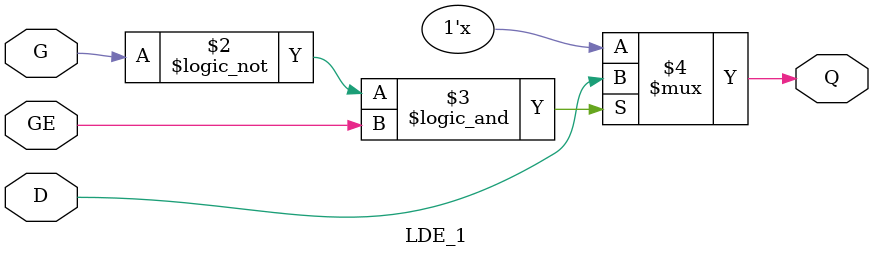
<source format=v>

/*

FUNCTION    : D-LATCH with gate enable

*/

`celldefine
`timescale  100 ps / 10 ps

module LDE_1 (Q, D, G, GE);

    parameter INIT = 1'b0;

    output Q;
    reg    Q;

    input  D, G, GE;

    always @( D or G or GE)
        if (!G && GE)
        Q <= D;

endmodule

</source>
